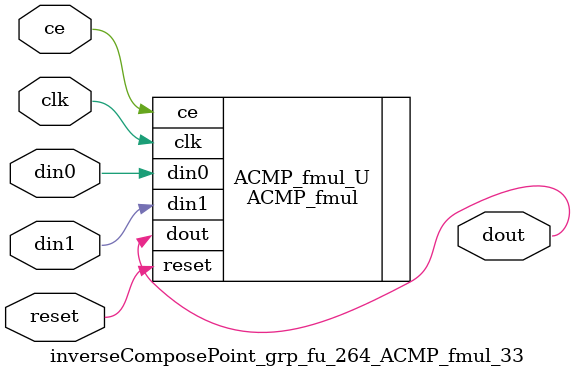
<source format=v>

`timescale 1 ns / 1 ps
module inverseComposePoint_grp_fu_264_ACMP_fmul_33(
    clk,
    reset,
    ce,
    din0,
    din1,
    dout);

parameter ID = 32'd1;
parameter NUM_STAGE = 32'd1;
parameter din0_WIDTH = 32'd1;
parameter din1_WIDTH = 32'd1;
parameter dout_WIDTH = 32'd1;
input clk;
input reset;
input ce;
input[din0_WIDTH - 1:0] din0;
input[din1_WIDTH - 1:0] din1;
output[dout_WIDTH - 1:0] dout;



ACMP_fmul #(
.ID( ID ),
.NUM_STAGE( 4 ),
.din0_WIDTH( din0_WIDTH ),
.din1_WIDTH( din1_WIDTH ),
.dout_WIDTH( dout_WIDTH ))
ACMP_fmul_U(
    .clk( clk ),
    .reset( reset ),
    .ce( ce ),
    .din0( din0 ),
    .din1( din1 ),
    .dout( dout ));

endmodule

</source>
